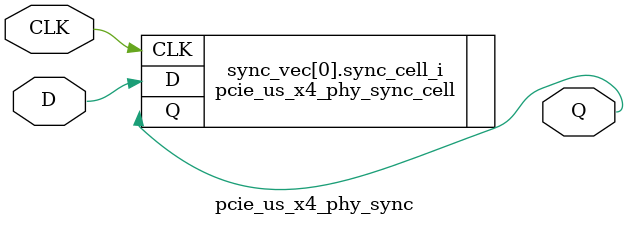
<source format=v>





`timescale 1ps / 1ps



//-------------------------------------------------------------------------------------------------
//  PHY Synchronizer Module
//-------------------------------------------------------------------------------------------------
module pcie_us_x4_phy_sync #
(
    parameter integer WIDTH = 1, 
    parameter integer STAGE = 2
)
(
    //-------------------------------------------------------------------------- 
    //  Input Ports
    //-------------------------------------------------------------------------- 
    input                               CLK,
    input       [WIDTH-1:0]             D,
    
    //-------------------------------------------------------------------------- 
    //  Output Ports
    //-------------------------------------------------------------------------- 
    output      [WIDTH-1:0]             Q
);                                                        



//--------------------------------------------------------------------------------------------------
//  Generate Synchronizer - Begin
//--------------------------------------------------------------------------------------------------
genvar i;

generate for (i=0; i<WIDTH; i=i+1) 

    begin : sync_vec

    //----------------------------------------------------------------------
    //  Synchronizer
    //----------------------------------------------------------------------
pcie_us_x4_phy_sync_cell #
    (
        .STAGE                            (STAGE)
    )    
    sync_cell_i
    (
        //------------------------------------------------------------------
        //  Input Ports
        //------------------------------------------------------------------
        .CLK                              (CLK),
        .D                                (D[i]),

        //------------------------------------------------------------------
        //  Output Ports
        //------------------------------------------------------------------
        .Q                                (Q[i])
    );
 
    end   
      
endgenerate 
//--------------------------------------------------------------------------------------------------
//  Generate - End
//--------------------------------------------------------------------------------------------------



endmodule





</source>
